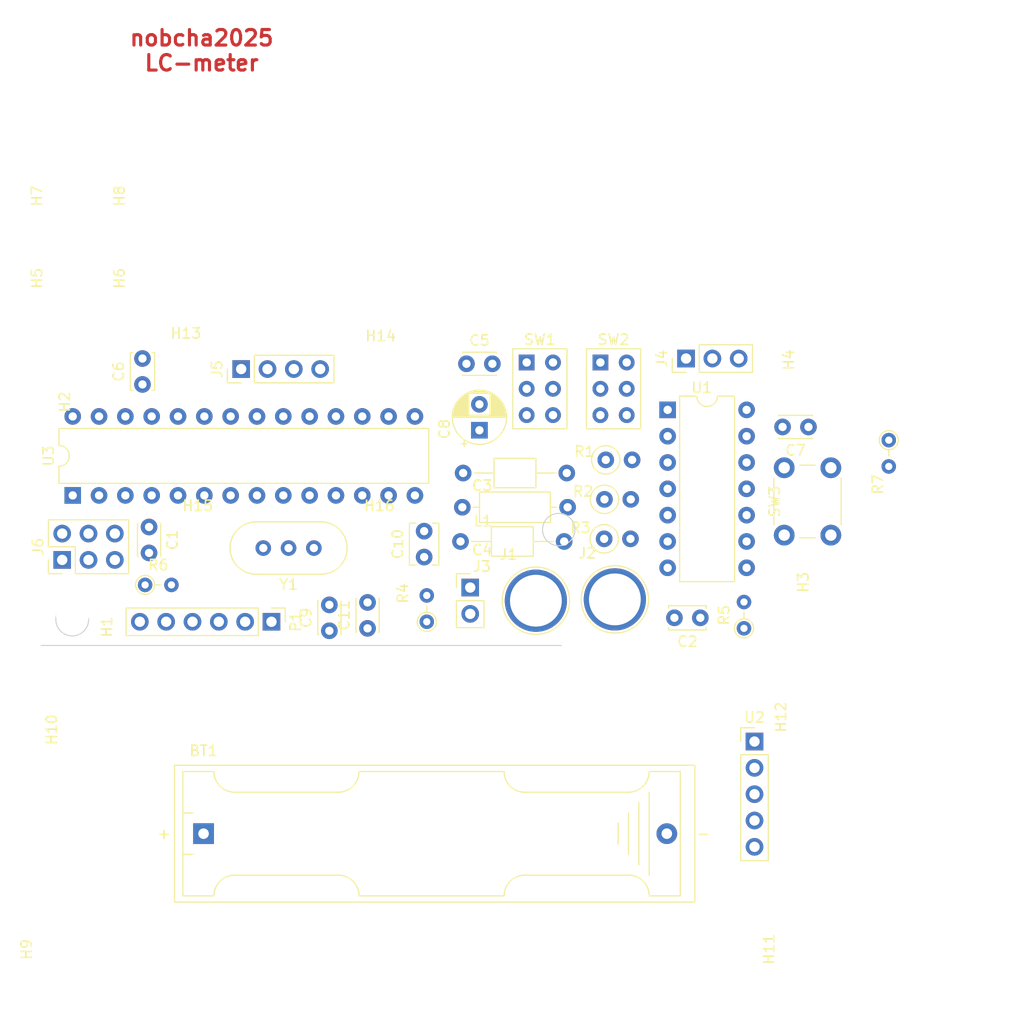
<source format=kicad_pcb>
(kicad_pcb (version 20221018) (generator pcbnew)
  (title_block (date "jeu. 02 avril 2015"))
  (layers (0 "F.Cu" signal) (31 "B.Cu" signal) (34 "B.Paste" user) (35 "F.Paste" user) (36 "B.SilkS" user "B.Silkscreen") (37 "F.SilkS" user "F.Silkscreen") (38 "B.Mask" user) (39 "F.Mask" user) (44 "Edge.Cuts" user))
  (net 0 "")
  (net 1 "/1(Tx)")
  (net 2 "/0(Rx)")
  (net 3 "/Reset")
  (net 4 "GND")
  (net 5 "/2")
  (net 6 "/3(**)")
  (net 7 "/4")
  (net 8 "/5(**)")
  (net 9 "/6(**)")
  (net 10 "/7")
  (net 11 "/8")
  (net 12 "/9(**)")
  (net 13 "+5V")
  (net 14 "/A5")
  (net 15 "/A4")
  (net 16 "/A3")
  (net 17 "/A2")
  (net 18 "/A1")
  (net 19 "/A0")
  (net 20 "/13(SCK)")
  (net 21 "Net-(SW1A-A)")
  (net 22 "/12(MISO)")
  (net 23 "Net-(SW1A-C)")
  (net 24 "Net-(R1-Pad1)")
  (net 25 "/10(**{slash}SS)")
  (net 26 "/11(**{slash}MOSI)")
  (net 30 "Net-(U3-AREF)")
  (net 31 "VCC")
  (net 32 "Net-(U3-XTAL2{slash}PB7)")
  (net 33 "Net-(U3-XTAL1{slash}PB6)")
  (net 34 "/DTR")
  (net 35 "/A4(SDA)")
  (net 36 "/A5(SCL)")
  (net 37 "Net-(C2-Pad2)")
  (net 38 "Net-(J1-Pin_1)")
  (net 39 "Net-(R2-Pad1)")
  (net 40 "Net-(SW2B-A)")
  (net 43 "Net-(BT1-+)")
  (footprint "Resistor_THT:R_Axial_DIN0207_L6.3mm_D2.5mm_P2.54mm_Vertical" (layer "F.Cu") (at 169.983 93.693)
    (fp_text reference "R1" (at -2.065 -0.819) (layer "F.SilkS"))
    (fp_text value "1M")
    (pad "1" thru_hole circle (at 0 0) (size 1.6 1.6) (drill 0.8) (layers "*.Cu" "*.Mask") (net 24 "Net-(R1-Pad1)"))
    (pad "2" thru_hole oval (at 2.54 0) (size 1.6 1.6) (drill 0.8) (layers "*.Cu" "*.Mask") (net 37 "Net-(C2-Pad2)"))
  )
  (footprint "Package_DIP:DIP-14_W7.62mm" (layer "F.Cu") (at 175.952 88.867)
    (fp_text reference "U1" (at 3.29 -2.135) (layer "F.SilkS"))
    (fp_text value "74HCU04")
    (pad "1" thru_hole rect (at 0 0) (size 1.6 1.6) (drill 0.8) (layers "*.Cu" "*.Mask") (net 4 "GND"))
    (pad "2" thru_hole oval (at 0 2.54) (size 1.6 1.6) (drill 0.8) (layers "*.Cu" "*.Mask"))
    (pad "3" thru_hole oval (at 0 5.08) (size 1.6 1.6) (drill 0.8) (layers "*.Cu" "*.Mask") (net 4 "GND"))
    (pad "4" thru_hole oval (at 0 7.62) (size 1.6 1.6) (drill 0.8) (layers "*.Cu" "*.Mask"))
    (pad "5" thru_hole oval (at 0 10.16) (size 1.6 1.6) (drill 0.8) (layers "*.Cu" "*.Mask") (net 4 "GND"))
    (pad "6" thru_hole oval (at 0 12.7) (size 1.6 1.6) (drill 0.8) (layers "*.Cu" "*.Mask"))
    (pad "7" thru_hole oval (at 0 15.24) (size 1.6 1.6) (drill 0.8) (layers "*.Cu" "*.Mask") (net 4 "GND"))
    (pad "8" thru_hole oval (at 7.62 15.24) (size 1.6 1.6) (drill 0.8) (layers "*.Cu" "*.Mask") (net 8 "/5(**)"))
    (pad "9" thru_hole oval (at 7.62 12.7) (size 1.6 1.6) (drill 0.8) (layers "*.Cu" "*.Mask") (net 39 "Net-(R2-Pad1)"))
    (pad "10" thru_hole oval (at 7.62 10.16) (size 1.6 1.6) (drill 0.8) (layers "*.Cu" "*.Mask") (net 39 "Net-(R2-Pad1)"))
    (pad "11" thru_hole oval (at 7.62 7.62) (size 1.6 1.6) (drill 0.8) (layers "*.Cu" "*.Mask") (net 24 "Net-(R1-Pad1)"))
    (pad "12" thru_hole oval (at 7.62 5.08) (size 1.6 1.6) (drill 0.8) (layers "*.Cu" "*.Mask") (net 24 "Net-(R1-Pad1)"))
    (pad "13" thru_hole oval (at 7.62 2.54) (size 1.6 1.6) (drill 0.8) (layers "*.Cu" "*.Mask") (net 37 "Net-(C2-Pad2)"))
    (pad "14" thru_hole oval (at 7.62 0) (size 1.6 1.6) (drill 0.8) (layers "*.Cu" "*.Mask") (net 13 "+5V"))
  )
  (footprint "Inductor_THT:L_Axial_L6.6mm_D2.7mm_P10.16mm_Horizontal_Vishay_IM-2" (layer "F.Cu") (at 166.3 98.265 180)
    (fp_text reference "L1" (at 8.161 -1.32) (layer "F.SilkS"))
    (fp_text value "22u")
    (pad "1" thru_hole circle (at 0 0 180) (size 1.6 1.6) (drill 0.8) (layers "*.Cu" "*.Mask") (net 23 "Net-(SW1A-C)"))
    (pad "2" thru_hole oval (at 10.16 0 180) (size 1.6 1.6) (drill 0.8) (layers "*.Cu" "*.Mask") (net 21 "Net-(SW1A-A)"))
  )
  (footprint "Capacitor_THT:C_Disc_D3.0mm_W2.0mm_P2.50mm" (layer "F.Cu") (at 189.541 90.518 180)
    (fp_text reference "C7" (at 1.25 -2.25 180) (layer "F.SilkS"))
    (fp_text value "0.1u")
    (pad "1" thru_hole circle (at 0 0 180) (size 1.6 1.6) (drill 0.8) (layers "*.Cu" "*.Mask") (net 13 "+5V"))
    (pad "2" thru_hole circle (at 2.5 0 180) (size 1.6 1.6) (drill 0.8) (layers "*.Cu" "*.Mask") (net 4 "GND"))
  )
  (footprint "Capacitor_THT:C_Disc_D3.4mm_W2.1mm_P2.50mm" (layer "F.Cu") (at 179.107 108.933 180)
    (fp_text reference "C2" (at 1.25 -2.3 180) (layer "F.SilkS"))
    (fp_text value "0.1u")
    (pad "1" thru_hole circle (at 0 0 180) (size 1.6 1.6) (drill 0.8) (layers "*.Cu" "*.Mask") (net 21 "Net-(SW1A-A)"))
    (pad "2" thru_hole circle (at 2.5 0 180) (size 1.6 1.6) (drill 0.8) (layers "*.Cu" "*.Mask") (net 37 "Net-(C2-Pad2)"))
  )
  (footprint "Capacitor_THT:C_Disc_D3.0mm_W2.0mm_P2.50mm" (layer "F.Cu") (at 125.914 100.17 -90)
    (fp_text reference "C1" (at 1.25 -2.25 -90) (layer "F.SilkS"))
    (fp_text value "0.1u")
    (pad "1" thru_hole circle (at 0 0 270) (size 1.6 1.6) (drill 0.8) (layers "*.Cu" "*.Mask") (net 13 "+5V"))
    (pad "2" thru_hole circle (at 2.5 0 270) (size 1.6 1.6) (drill 0.8) (layers "*.Cu" "*.Mask") (net 4 "GND"))
  )
  (footprint "Capacitor_THT:C_Axial_L3.8mm_D2.6mm_P10.00mm_Horizontal" (layer "F.Cu") (at 166.22 94.963 180)
    (fp_text reference "C3" (at 8.161 -1.213) (layer "F.SilkS"))
    (fp_text value "1000p")
    (pad "1" thru_hole circle (at 0 0 180) (size 1.6 1.6) (drill 0.8) (layers "*.Cu" "*.Mask") (net 40 "Net-(SW2B-A)"))
    (pad "2" thru_hole oval (at 10 0 180) (size 1.6 1.6) (drill 0.8) (layers "*.Cu" "*.Mask") (net 21 "Net-(SW1A-A)"))
  )
  (footprint "Capacitor_THT:CP_Radial_D5.0mm_P2.50mm" (layer "F.Cu") (at 157.791 90.834113 90)
    (fp_text reference "C8" (at 0.11 -3.38 90) (layer "F.SilkS"))
    (fp_text value "10u")
    (pad "1" thru_hole rect (at 0 0 90) (size 1.6 1.6) (drill 0.8) (layers "*.Cu" "*.Mask") (net 13 "+5V"))
    (pad "2" thru_hole circle (at 2.5 0 90) (size 1.6 1.6) (drill 0.8) (layers "*.Cu" "*.Mask") (net 4 "GND"))
  )
  (footprint "Button_Switch_THT:SW_PUSH_6mm_H4.3mm" (layer "F.Cu") (at 187.2 100.955 90)
    (fp_text reference "SW3" (at 3.25 -0.922 90) (layer "F.SilkS"))
    (fp_text value "RESET")
    (pad "1" thru_hole circle (at 0 0 180) (size 2 2) (drill 1.1) (layers "*.Cu" "*.Mask") (net 4 "GND"))
    (pad "1" thru_hole circle (at 6.5 0 180) (size 2 2) (drill 1.1) (layers "*.Cu" "*.Mask") (net 4 "GND"))
    (pad "2" thru_hole circle (at 0 4.5 180) (size 2 2) (drill 1.1) (layers "*.Cu" "*.Mask") (net 3 "/Reset"))
    (pad "2" thru_hole circle (at 6.5 4.5 180) (size 2 2) (drill 1.1) (layers "*.Cu" "*.Mask") (net 3 "/Reset"))
  )
  (footprint "Capacitor_THT:C_Axial_L3.8mm_D2.6mm_P10.00mm_Horizontal" (layer "F.Cu") (at 165.966 101.567 180)
    (fp_text reference "C4" (at 7.907 -0.832) (layer "F.SilkS"))
    (fp_text value "470p")
    (pad "1" thru_hole circle (at 0 0 180) (size 1.6 1.6) (drill 0.8) (layers "*.Cu" "*.Mask") (net 4 "GND"))
    (pad "2" thru_hole oval (at 10 0 180) (size 1.6 1.6) (drill 0.8) (layers "*.Cu" "*.Mask") (net 21 "Net-(SW1A-A)"))
  )
  (footprint "Resistor_THT:R_Axial_DIN0204_L3.6mm_D1.6mm_P2.54mm_Vertical" (layer "F.Cu") (at 183.318 109.949 90)
    (fp_text reference "R5" (at 1.27 -1.92 90) (layer "F.SilkS"))
    (fp_text value "10k")
    (pad "1" thru_hole circle (at 0 0 90) (size 1.4 1.4) (drill 0.7) (layers "*.Cu" "*.Mask") (net 10 "/7"))
    (pad "2" thru_hole oval (at 2.54 0 90) (size 1.4 1.4) (drill 0.7) (layers "*.Cu" "*.Mask") (net 13 "+5V"))
  )
  (footprint "Connector_PinHeader_2.54mm:PinHeader_1x02_P2.54mm_Vertical" (layer "F.Cu") (at 156.902 106.012)
    (fp_text reference "J3" (at 1.135 -2.032) (layer "F.SilkS"))
    (fp_text value "TEST")
    (pad "1" thru_hole rect (at 0 0) (size 1.7 1.7) (drill 1) (layers "*.Cu" "*.Mask") (net 38 "Net-(J1-Pin_1)"))
    (pad "2" thru_hole oval (at 0 2.54) (size 1.7 1.7) (drill 1) (layers "*.Cu" "*.Mask") (net 4 "GND"))
  )
  (footprint "Resistor_THT:R_Axial_DIN0207_L6.3mm_D2.5mm_P2.54mm_Vertical" (layer "F.Cu") (at 169.827 101.313)
    (fp_text reference "R3" (at -2.285 -1.073) (layer "F.SilkS"))
    (fp_text value "500k")
    (pad "1" thru_hole circle (at 0 0) (size 1.6 1.6) (drill 0.8) (layers "*.Cu" "*.Mask") (net 8 "/5(**)"))
    (pad "2" thru_hole oval (at 2.54 0) (size 1.6 1.6) (drill 0.8) (layers "*.Cu" "*.Mask") (net 39 "Net-(R2-Pad1)"))
  )
  (footprint "Resistor_THT:R_Axial_DIN0207_L6.3mm_D2.5mm_P2.54mm_Vertical" (layer "F.Cu") (at 169.856 97.503)
    (fp_text reference "R2" (at -2.065 -0.78) (layer "F.SilkS"))
    (fp_text value "5.6k")
    (pad "1" thru_hole circle (at 0 0) (size 1.6 1.6) (drill 0.8) (layers "*.Cu" "*.Mask") (net 39 "Net-(R2-Pad1)"))
    (pad "2" thru_hole oval (at 2.54 0) (size 1.6 1.6) (drill 0.8) (layers "*.Cu" "*.Mask") (net 21 "Net-(SW1A-A)"))
  )
  (footprint "Resistor_THT:R_Axial_DIN0204_L3.6mm_D1.6mm_P2.54mm_Vertical" (layer "F.Cu") (at 197.288 91.788 -90)
    (fp_text reference "R7" (at 4.261 1.049 90) (layer "F.SilkS"))
    (fp_text value "10k")
    (pad "1" thru_hole circle (at 0 0 270) (size 1.4 1.4) (drill 0.7) (layers "*.Cu" "*.Mask") (net 13 "+5V"))
    (pad "2" thru_hole oval (at 2.54 0 270) (size 1.4 1.4) (drill 0.7) (layers "*.Cu" "*.Mask") (net 3 "/Reset"))
  )
  (footprint "MountingHole:MountingHole_3.2mm_M3" (layer "F.Cu") (at 118.538 108.552 90)
    (fp_text reference "H1" (at -1.27 3.302 90) (layer "F.SilkS"))
    (fp_text value "MountingHole3.2")
    (pad "" np_thru_hole circle (at 0 0 90) (size 3.2 3.2) (drill 3.2) (layers "*.Cu" "*.Mask"))
  )
  (footprint "MountingHole:MountingHole_3.2mm_M3" (layer "F.Cu") (at 118.792 84.295 90)
    (fp_text reference "H2" (at -3.81 -1.016 90) (layer "F.SilkS"))
    (fp_text value "MountingHole3.2")
    (pad "" np_thru_hole circle (at 0 0 90) (size 3.2 3.2) (drill 3.2) (layers "*.Cu" "*.Mask"))
  )
  (footprint "MountingHole:MountingHole_3.2mm_M3" (layer "F.Cu") (at 190.049 108.552 90)
    (fp_text reference "H3" (at 3.048 -1.016 90) (layer "F.SilkS"))
    (fp_text value "MountingHole3.2")
    (pad "" np_thru_hole circle (at 0 0 90) (size 3.2 3.2) (drill 3.2) (layers "*.Cu" "*.Mask"))
  )
  (footprint "MountingHole:MountingHole_3.2mm_M3" (layer "F.Cu") (at 190.43 84.549 90)
    (fp_text reference "H4" (at 0.508 -2.794 90) (layer "F.SilkS"))
    (fp_text value "MountingHole3.2")
    (pad "" np_thru_hole circle (at 0 0 90) (size 3.2 3.2) (drill 3.2) (layers "*.Cu" "*.Mask"))
  )
  (footprint "Battery:BatteryHolder_Keystone_2466_1xAAA" (layer "F.Cu") (at 131.173 129.761)
    (fp_text reference "BT1" (at 0 -8 180) (layer "F.SilkS"))
    (fp_text value "Battery_Cell")
    (fp_text user "-" (at 48.26 0) (layer "F.SilkS"))
    (fp_text user "+" (at -3.81 0) (layer "F.SilkS"))
    (pad "1" thru_hole rect (at 0 0) (size 2 2) (drill 1.02) (layers "*.Cu" "*.Mask") (net 43 "Net-(BT1-+)"))
    (pad "2" thru_hole circle (at 44.7 0) (size 2 2) (drill 1.02) (layers "*.Cu" "*.Mask") (net 4 "GND"))
  )
  (footprint "Connector_PinHeader_2.54mm:PinHeader_1x03_P2.54mm_Vertical" (layer "F.Cu") (at 177.73 83.914 90)
    (fp_text reference "J4" (at 0 -2.33 90) (layer "F.SilkS"))
    (fp_text value "Conn_01x03_Pin")
    (pad "1" thru_hole rect (at 0 0 90) (size 1.7 1.7) (drill 1) (layers "*.Cu" "*.Mask") (net 4 "GND"))
    (pad "2" thru_hole oval (at 0 2.54 90) (size 1.7 1.7) (drill 1) (layers "*.Cu" "*.Mask") (net 13 "+5V"))
    (pad "3" thru_hole oval (at 0 5.08 90) (size 1.7 1.7) (drill 1) (layers "*.Cu" "*.Mask") (net 13 "+5V"))
  )
  (footprint "MountingHole:MountingHole_2.7mm_M2.5" (layer "F.Cu") (at 148.266 85.438)
    (fp_text reference "H14" (at 0 -3.7) (layer "F.SilkS"))
    (fp_text value "MountingHole3")
    (pad "" np_thru_hole circle (at 0 0) (size 2.7 2.7) (drill 2.7) (layers "*.Cu" "*.Mask"))
  )
  (footprint "Connector_PinHeader_2.54mm:PinHeader_1x06_P2.54mm_Vertical" (layer "F.Cu") (at 137.725 109.314 -90)
    (fp_text reference "P1" (at 0 -2.33 90) (layer "F.SilkS"))
    (fp_text value "COM")
    (pad "1" thru_hole rect (at 0 0 270) (size 1.7 1.7) (drill 1) (layers "*.Cu" "*.Mask") (net 34 "/DTR"))
    (pad "2" thru_hole oval (at 0 2.54 270) (size 1.7 1.7) (drill 1) (layers "*.Cu" "*.Mask") (net 1 "/1(Tx)"))
    (pad "3" thru_hole oval (at 0 5.08 270) (size 1.7 1.7) (drill 1) (layers "*.Cu" "*.Mask") (net 2 "/0(Rx)"))
    (pad "4" thru_hole oval (at 0 7.62 270) (size 1.7 1.7) (drill 1) (layers "*.Cu" "*.Mask") (net 31 "VCC"))
    (pad "5" thru_hole oval (at 0 10.16 270) (size 1.7 1.7) (drill 1) (layers "*.Cu" "*.Mask") (net 4 "GND"))
    (pad "6" thru_hole oval (at 0 12.7 270) (size 1.7 1.7) (drill 1) (layers "*.Cu" "*.Mask") (net 4 "GND"))
  )
  (footprint "Connector_PinHeader_2.54mm:PinHeader_1x04_P2.54mm_Vertical" (layer "F.Cu") (at 134.804 84.93 90)
    (fp_text reference "J5" (at 0 -2.33 90) (layer "F.SilkS"))
    (fp_text value "Conn_i2c LCD")
    (pad "1" thru_hole rect (at 0 0 90) (size 1.7 1.7) (drill 1) (layers "*.Cu" "*.Mask") (net 13 "+5V"))
    (pad "2" thru_hole oval (at 0 2.54 90) (size 1.7 1.7) (drill 1) (layers "*.Cu" "*.Mask") (net 14 "/A5"))
    (pad "3" thru_hole oval (at 0 5.08 90) (size 1.7 1.7) (drill 1) (layers "*.Cu" "*.Mask") (net 15 "/A4"))
    (pad "4" thru_hole oval (at 0 7.62 90) (size 1.7 1.7) (drill 1) (layers "*.Cu" "*.Mask") (net 4 "GND"))
  )
  (footprint "MountingHole:MountingHole_3.2mm_M3" (layer "F.Cu") (at 118.675 141.318 90)
    (fp_text reference "H9" (at 0.381 -4.581 90) (layer "F.SilkS"))
    (fp_text value "MountingHole3.2")
    (pad "" np_thru_hole circle (at 0 0 90) (size 3.2 3.2) (drill 3.2) (layers "*.Cu" "*.Mask"))
  )
  (footprint "Resistor_THT:R_Axial_DIN0204_L3.6mm_D1.6mm_P2.54mm_Vertical" (layer "F.Cu") (at 125.533 105.758)
    (fp_text reference "R6" (at 1.27 -1.92) (layer "F.SilkS"))
    (fp_text value "10k")
    (pad "1" thru_hole circle (at 0 0) (size 1.4 1.4) (drill 0.7) (layers "*.Cu" "*.Mask") (net 31 "VCC"))
    (pad "2" thru_hole oval (at 2.54 0) (size 1.4 1.4) (drill 0.7) (layers "*.Cu" "*.Mask") (net 3 "/Reset"))
  )
  (footprint "TestPoint:TestPoint_Plated_Hole_D5.0mm" (layer "F.Cu") (at 163.24 107.282)
    (fp_text reference "J1" (at -2.655 -4.456) (layer "F.SilkS"))
    (fp_text value "Terminal_1")
    (pad "1" thru_hole circle (at 0 0) (size 6 6) (drill 5) (layers "*.Cu" "*.Mask") (net 38 "Net-(J1-Pin_1)"))
  )
  (footprint "Package_DIP:DIP-28_W7.62mm" (layer "F.Cu") (at 118.548 97.122 90)
    (fp_text reference "U3" (at 3.81 -2.33 90) (layer "F.SilkS"))
    (fp_text value "ATmega328P-PU")
    (pad "1" thru_hole rect (at 0 0 90) (size 1.6 1.6) (drill 0.8) (layers "*.Cu" "*.Mask") (net 3 "/Reset"))
    (pad "2" thru_hole oval (at 0 2.54 90) (size 1.6 1.6) (drill 0.8) (layers "*.Cu" "*.Mask") (net 2 "/0(Rx)"))
    (pad "3" thru_hole oval (at 0 5.08 90) (size 1.6 1.6) (drill 0.8) (layers "*.Cu" "*.Mask") (net 1 "/1(Tx)"))
    (pad "4" thru_hole oval (at 0 7.62 90) (size 1.6 1.6) (drill 0.8) (layers "*.Cu" "*.Mask") (net 5 "/2"))
    (pad "5" thru_hole oval (at 0 10.16 90) (size 1.6 1.6) (drill 0.8) (layers "*.Cu" "*.Mask") (net 6 "/3(**)"))
    (pad "6" thru_hole oval (at 0 12.7 90) (size 1.6 1.6) (drill 0.8) (layers "*.Cu" "*.Mask") (net 7 "/4"))
    (pad "7" thru_hole oval (at 0 15.24 90) (size 1.6 1.6) (drill 0.8) (layers "*.Cu" "*.Mask") (net 31 "VCC"))
    (pad "8" thru_hole oval (at 0 17.78 90) (size 1.6 1.6) (drill 0.8) (layers "*.Cu" "*.Mask") (net 4 "GND"))
    (pad "9" thru_hole oval (at 0 20.32 90) (size 1.6 1.6) (drill 0.8) (layers "*.Cu" "*.Mask") (net 33 "Net-(U3-XTAL1{slash}PB6)"))
    (pad "10" thru_hole oval (at 0 22.86 90) (size 1.6 1.6) (drill 0.8) (layers "*.Cu" "*.Mask") (net 32 "Net-(U3-XTAL2{slash}PB7)"))
    (pad "11" thru_hole oval (at 0 25.4 90) (size 1.6 1.6) (drill 0.8) (layers "*.Cu" "*.Mask") (net 8 "/5(**)"))
    (pad "12" thru_hole oval (at 0 27.94 90) (size 1.6 1.6) (drill 0.8) (layers "*.Cu" "*.Mask") (net 9 "/6(**)"))
    (pad "13" thru_hole oval (at 0 30.48 90) (size 1.6 1.6) (drill 0.8) (layers "*.Cu" "*.Mask") (net 10 "/7"))
    (pad "14" thru_hole oval (at 0 33.02 90) (size 1.6 1.6) (drill 0.8) (layers "*.Cu" "*.Mask") (net 11 "/8"))
    (pad "15" thru_hole oval (at 7.62 33.02 90) (size 1.6 1.6) (drill 0.8) (layers "*.Cu" "*.Mask") (net 12 "/9(**)"))
    (pad "16" thru_hole oval (at 7.62 30.48 90) (size 1.6 1.6) (drill 0.8) (layers "*.Cu" "*.Mask") (net 25 "/10(**{slash}SS)"))
    (pad "17" thru_hole oval (at 7.62 27.94 90) (size 1.6 1.6) (drill 0.8) (layers "*.Cu" "*.Mask") (net 26 "/11(**{slash}MOSI)"))
    (pad "18" thru_hole oval (at 7.62 25.4 90) (size 1.6 1.6) (drill 0.8) (layers "*.Cu" "*.Mask") (net 22 "/12(MISO)"))
    (pad "19" thru_hole oval (at 7.62 22.86 90) (size 1.6 1.6) (drill 0.8) (layers "*.Cu" "*.Mask") (net 20 "/13(SCK)"))
    (pad "20" thru_hole oval (at 7.62 20.32 90) (size 1.6 1.6) (drill 0.8) (layers "*.Cu" "*.Mask") (net 31 "VCC"))
    (pad "21" thru_hole oval (at 7.62 17.78 90) (size 1.6 1.6) (drill 0.8) (layers "*.Cu" "*.Mask") (net 30 "Net-(U3-AREF)"))
    (pad "22" thru_hole oval (at 7.62 15.24 90) (size 1.6 1.6) (drill 0.8) (layers "*.Cu" "*.Mask") (net 4 "GND"))
    (pad "23" thru_hole oval (at 7.62 12.7 90) (size 1.6 1.6) (drill 0.8) (layers "*.Cu" "*.Mask") (net 19 "/A0"))
    (pad "24" thru_hole oval (at 7.62 10.16 90) (size 1.6 1.6) (drill 0.8) (layers "*.Cu" "*.Mask") (net 18 "/A1"))
    (pad "25" thru_hole oval (at 7.62 7.62 90) (size 1.6 1.6) (drill 0.8) (layers "*.Cu" "*.Mask") (net 17 "/A2"))
    (pad "26" thru_hole oval (at 7.62 5.08 90) (size 1.6 1.6) (drill 0.8) (layers "*.Cu" "*.Mask") (net 16 "/A3"))
    (pad "27" thru_hole oval (at 7.62 2.54 90) (size 1.6 1.6) (drill 0.8) (layers "*.Cu" "*.Mask") (net 35 "/A4(SDA)"))
    (pad "28" thru_hole oval (at 7.62 0 90) (size 1.6 1.6) (drill 0.8) (layers "*.Cu" "*.Mask") (net 36 "/A5(SCL)"))
  )
  (footprint "MountingHole:MountingHole_3.2mm_M3" (layer "F.Cu") (at 119.3 68.217 90)
    (fp_text reference "H7" (at 0 -4.2 90) (layer "F.SilkS"))
    (fp_text value "MountingHole3.2")
    (pad "" np_thru_hole circle (at 0 0 90) (size 3.2 3.2) (drill 3.2) (layers "*.Cu" "*.Mask"))
  )
  (footprint "Capacitor_THT:C_Disc_D3.0mm_W2.0mm_P2.50mm" (layer "F.Cu") (at 143.313 110.183 90)
    (fp_text reference "C9" (at 1.25 -2.25 90) (layer "F.SilkS"))
    (fp_text value "20p")
    (pad "1" thru_hole circle (at 0 0 90) (size 1.6 1.6) (drill 0.8) (layers "*.Cu" "*.Mask") (net 32 "Net-(U3-XTAL2{slash}PB7)"))
    (pad "2" thru_hole circle (at 2.5 0 90) (size 1.6 1.6) (drill 0.8) (layers "*.Cu" "*.Mask") (net 4 "GND"))
  )
  (footprint "Button_Switch_THT:SW_NKK_G1xJP" (layer "F.Cu") (at 169.463 84.295)
    (fp_text reference "SW2" (at 1.27 -2.2) (layer "F.SilkS"))
    (fp_text value "SW_DPDT_x2")
    (pad "1" thru_hole rect (at 0 0) (size 1.524 1.524) (drill 0.8128) (layers "*.Cu" "*.Mask") (net 9 "/6(**)"))
    (pad "2" thru_hole circle (at 0 2.54) (size 1.524 1.524) (drill 0.8128) (layers "*.Cu" "*.Mask") (net 4 "GND"))
    (pad "3" thru_hole circle (at 0 5.08) (size 1.524 1.524) (drill 0.8128) (layers "*.Cu" "*.Mask"))
    (pad "4" thru_hole circle (at 2.54 5.08) (size 1.524 1.524) (drill 0.8128) (layers "*.Cu" "*.Mask") (net 40 "Net-(SW2B-A)"))
    (pad "5" thru_hole circle (at 2.54 2.54) (size 1.524 1.524) (drill 0.8128) (layers "*.Cu" "*.Mask") (net 4 "GND"))
    (pad "6" thru_hole circle (at 2.54 0) (size 1.524 1.524) (drill 0.8128) (layers "*.Cu" "*.Mask"))
  )
  (footprint "Capacitor_THT:C_Disc_D3.8mm_W2.6mm_P2.50mm" (layer "F.Cu") (at 152.457 103.071 90)
    (fp_text reference "C10" (at 1.25 -2.55 90) (layer "F.SilkS"))
    (fp_text value "0.1u")
    (pad "1" thru_hole circle (at 0 0 90) (size 1.6 1.6) (drill 0.8) (layers "*.Cu" "*.Mask") (net 3 "/Reset"))
    (pad "2" thru_hole circle (at 2.5 0 90) (size 1.6 1.6) (drill 0.8) (layers "*.Cu" "*.Mask") (net 34 "/DTR"))
  )
  (footprint "MountingHole:MountingHole_2.7mm_M2.5" (layer "F.Cu") (at 148.139 101.821)
    (fp_text reference "H16" (at 0 -3.7) (layer "F.SilkS"))
    (fp_text value "MountingHole3")
    (pad "" np_thru_hole circle (at 0 0) (size 2.7 2.7) (drill 2.7) (layers "*.Cu" "*.Mask"))
  )
  (footprint "Capacitor_THT:C_Disc_D3.0mm_W2.0mm_P2.50mm" (layer "F.Cu") (at 156.541 84.422)
    (fp_text reference "C5" (at 1.25 -2.25) (layer "F.SilkS"))
    (fp_text value "0.1u")
    (pad "1" thru_hole circle (at 0 0) (size 1.6 1.6) (drill 0.8) (layers "*.Cu" "*.Mask") (net 4 "GND"))
    (pad "2" thru_hole circle (at 2.5 0) (size 1.6 1.6) (drill 0.8) (layers "*.Cu" "*.Mask") (net 30 "Net-(U3-AREF)"))
  )
  (footprint "MountingHole:MountingHole_3.2mm_M3" (layer "F.Cu") (at 190.557 141.699 90)
    (fp_text reference "H11" (at 0.787 -4.826 90) (layer "F.SilkS"))
    (fp_text value "MountingHole3.2")
    (pad "" np_thru_hole circle (at 0 0 90) (size 3.2 3.2) (drill 3.2) (layers "*.Cu" "*.Mask"))
  )
  (footprint "MountingHole:MountingHole_3.2mm_M3" (layer "F.Cu") (at 126.92 76.167 90)
    (fp_text reference "H6" (at 0 -3.87 90) (layer "F.SilkS"))
    (fp_text value "MountingHole3.2")
    (pad "" np_thru_hole circle (at 0 0 90) (size 3.2 3.2) (drill 3.2) (layers "*.Cu" "*.Mask"))
  )
  (footprint "TestPoint:TestPoint_Plated_Hole_D5.0mm" (layer "F.Cu") (at 170.86 107.155)
    (fp_text reference "J2" (at -2.655 -4.456) (layer "F.SilkS"))
    (fp_text value "Terminal_2")
    (pad "1" thru_hole circle (at 0 0) (size 6 6) (drill 5) (layers "*.Cu" "*.Mask") (net 4 "GND"))
  )
  (footprint "Crystal:Crystal_HC49-U-3Pin_Vertical" (layer "F.Cu") (at 141.816 102.202 180)
    (fp_text reference "Y1" (at 2.44 -3.525) (layer "F.SilkS"))
    (fp_text value "16MHz")
    (pad "1" thru_hole circle (at 0 0 180) (size 1.5 1.5) (drill 0.8) (layers "*.Cu" "*.Mask") (net 32 "Net-(U3-XTAL2{slash}PB7)"))
    (pad "2" thru_hole circle (at 2.44 0 180) (size 1.5 1.5) (drill 0.8) (layers "*.Cu" "*.Mask") (net 4 "GND"))
    (pad "3" thru_hole circle (at 4.88 0 180) (size 1.5 1.5) (drill 0.8) (layers "*.Cu" "*.Mask") (net 33 "Net-(U3-XTAL1{slash}PB6)"))
  )
  (footprint "Button_Switch_THT:SW_NKK_G1xJP" (layer "F.Cu") (at 162.351 84.295)
    (fp_text reference "SW1" (at 1.27 -2.2) (layer "F.SilkS"))
    (fp_text value "SW_DPDT_x2")
    (pad "1" thru_hole rect (at 0 0) (size 1.524 1.524) (drill 0.8128) (layers "*.Cu" "*.Mask") (net 21 "Net-(SW1A-A)"))
    (pad "2" thru_hole circle (at 0 2.54) (size 1.524 1.524) (drill 0.8128) (layers "*.Cu" "*.Mask") (net 38 "Net-(J1-Pin_1)"))
    (pad "3" thru_hole circle (at 0 5.08) (size 1.524 1.524) (drill 0.8128) (layers "*.Cu" "*.Mask") (net 23 "Net-(SW1A-C)"))
    (pad "4" thru_hole circle (at 2.54 5.08) (size 1.524 1.524) (drill 0.8128) (layers "*.Cu" "*.Mask") (net 23 "Net-(SW1A-C)"))
    (pad "5" thru_hole circle (at 2.54 2.54) (size 1.524 1.524) (drill 0.8128) (layers "*.Cu" "*.Mask") (net 4 "GND"))
    (pad "6" thru_hole circle (at 2.54 0) (size 1.524 1.524) (drill 0.8128) (layers "*.Cu" "*.Mask") (net 10 "/7"))
  )
  (footprint "Resistor_THT:R_Axial_DIN0204_L3.6mm_D1.6mm_P2.54mm_Vertical" (layer "F.Cu") (at 152.711 109.314 90)
    (fp_text reference "R4" (at 2.743 -2.301 90) (layer "F.SilkS"))
    (fp_text value "10k")
    (pad "1" thru_hole circle (at 0 0 90) (size 1.4 1.4) (drill 0.7) (layers "*.Cu" "*.Mask") (net 9 "/6(**)"))
    (pad "2" thru_hole oval (at 2.54 0 90) (size 1.4 1.4) (drill 0.7) (layers "*.Cu" "*.Mask") (net 13 "+5V"))
  )
  (footprint "MountingHole:MountingHole_3.2mm_M3" (layer "F.Cu") (at 119.3 76.167 90)
    (fp_text reference "H5" (at 0 -4.2 90) (layer "F.SilkS"))
    (fp_text value "MountingHole3.2")
    (pad "" np_thru_hole circle (at 0 0 90) (size 3.2 3.2) (drill 3.2) (layers "*.Cu" "*.Mask"))
  )
  (footprint "MountingHole:MountingHole_3.2mm_M3" (layer "F.Cu") (at 119.945 119.855 90)
    (fp_text reference "H10" (at 0.127 -3.429 90) (layer "F.SilkS"))
    (fp_text value "MountingHole3.2")
    (pad "" np_thru_hole circle (at 0 0 90) (size 3.2 3.2) (drill 3.2) (layers "*.Cu" "*.Mask"))
  )
  (footprint "MountingHole:MountingHole_3.2mm_M3" (layer "F.Cu") (at 190.303 119.728 90)
    (fp_text reference "H12" (at 1.219 -3.429 90) (layer "F.SilkS"))
    (fp_text value "MountingHole3.2")
    (pad "" np_thru_hole circle (at 0 0 90) (size 3.2 3.2) (drill 3.2) (layers "*.Cu" "*.Mask"))
  )
  (footprint "Connector_PinHeader_2.54mm:PinHeader_1x05_P2.54mm_Vertical" (layer "F.Cu") (at 184.334 120.871)
    (fp_text reference "U2" (at 0 -2.33) (layer "F.SilkS"))
    (fp_text value "BAT-CHA")
    (pad "1" thru_hole rect (at 0 0) (size 1.7 1.7) (drill 1) (layers "*.Cu" "*.Mask") (net 13 "+5V"))
    (pad "2" thru_hole oval (at 0 2.54) (size 1.7 1.7) (drill 1) (layers "*.Cu" "*.Mask") (net 4 "GND"))
    (pad "3" thru_hole oval (at 0 5.08) (size 1.7 1.7) (drill 1) (layers "*.Cu" "*.Mask") (net 43 "Net-(BT1-+)"))
    (pad "4" thru_hole oval (at 0 7.62) (size 1.7 1.7) (drill 1) (layers "*.Cu" "*.Mask") (net 4 "GND"))
    (pad "5" thru_hole oval (at 0 10.16) (size 1.7 1.7) (drill 1) (layers "*.Cu" "*.Mask"))
  )
  (footprint "MountingHole:MountingHole_2.7mm_M2.5" (layer "F.Cu") (at 130.613 101.821)
    (fp_text reference "H15" (at 0 -3.7) (layer "F.SilkS"))
    (fp_text value "MountingHole3")
    (pad "" np_thru_hole circle (at 0 0) (size 2.7 2.7) (drill 2.7) (layers "*.Cu" "*.Mask"))
  )
  (footprint "Capacitor_THT:C_Disc_D3.0mm_W2.0mm_P2.50mm" (layer "F.Cu") (at 146.996 109.949 90)
    (fp_text reference "C11" (at 1.25 -2.25 90) (layer "F.SilkS"))
    (fp_text value "20p")
    (pad "1" thru_hole circle (at 0 0 90) (size 1.6 1.6) (drill 0.8) (layers "*.Cu" "*.Mask") (net 33 "Net-(U3-XTAL1{slash}PB6)"))
    (pad "2" thru_hole circle (at 2.5 0 90) (size 1.6 1.6) (drill 0.8) (layers "*.Cu" "*.Mask") (net 4 "GND"))
  )
  (footprint "MountingHole:MountingHole_3.2mm_M3" (layer "F.Cu") (at 126.92 68.217 90)
    (fp_text reference "H8" (at 0 -3.87 90) (layer "F.SilkS"))
    (fp_text value "MountingHole3.2")
    (pad "" np_thru_hole circle (at 0 0 90) (size 3.2 3.2) (drill 3.2) (layers "*.Cu" "*.Mask"))
  )
  (footprint "Capacitor_THT:C_Disc_D3.4mm_W2.1mm_P2.50mm" (layer "F.Cu") (at 125.279 86.414 90)
    (fp_text reference "C6" (at 1.25 -2.3 90) (layer "F.SilkS"))
    (fp_text value "0.1u")
    (pad "1" thru_hole circle (at 0 0 90) (size 1.6 1.6) (drill 0.8) (layers "*.Cu" "*.Mask") (net 4 "GND"))
    (pad "2" thru_hole circle (at 2.5 0 90) (size 1.6 1.6) (drill 0.8) (layers "*.Cu" "*.Mask") (net 31 "VCC"))
  )
  (footprint "MountingHole:MountingHole_2.7mm_M2.5" (layer "F.Cu") (at 129.47 85.184)
    (fp_text reference "H13" (at 0 -3.7) (layer "F.SilkS"))
    (fp_text value "MountingHole3")
    (pad "" np_thru_hole circle (at 0 0) (size 2.7 2.7) (drill 2.7) (layers "*.Cu" "*.Mask"))
  )
  (footprint "Connector_PinHeader_2.54mm:PinHeader_2x03_P2.54mm_Vertical" (layer "F.Cu") (at 117.532 103.345 90)
    (fp_text reference "J6" (at 1.27 -2.33 90) (layer "F.SilkS"))
    (fp_text value "ICSP")
    (pad "1" thru_hole rect (at 0 0 90) (size 1.7 1.7) (drill 1) (layers "*.Cu" "*.Mask") (net 22 "/12(MISO)"))
    (pad "2" thru_hole oval (at 2.54 0 90) (size 1.7 1.7) (drill 1) (layers "*.Cu" "*.Mask") (net 20 "/13(SCK)"))
    (pad "3" thru_hole oval (at 0 2.54 90) (size 1.7 1.7) (drill 1) (layers "*.Cu" "*.Mask") (net 3 "/Reset"))
    (pad "4" thru_hole oval (at 2.54 2.54 90) (size 1.7 1.7) (drill 1) (layers "*.Cu" "*.Mask") (net 4 "GND"))
    (pad "5" thru_hole oval (at 0 5.08 90) (size 1.7 1.7) (drill 1) (layers "*.Cu" "*.Mask") (net 26 "/11(**{slash}MOSI)"))
    (pad "6" thru_hole oval (at 2.54 5.08 90) (size 1.7 1.7) (drill 1) (layers "*.Cu" "*.Mask") (net 13 "+5V"))
  )
  (gr_line (start 115.5 111.6) (end 115.5 111.6) (stroke (width 0.1)) (layer "Edge.Cuts"))
  (gr_circle (center 165.442 100.418) (end 166.442 101.618) (stroke (width 0.1)) (fill none) (layer "Edge.Cuts"))
  (gr_circle (center 118.5 109.1) (end 119.4 110.4) (stroke (width 0.1)) (fill none) (layer "Edge.Cuts"))
  (gr_line (start 165.7 111.6) (end 115.5 111.6) (stroke (width 0.1)) (layer "Edge.Cuts"))
  (gr_text "nobcha2025\nLC-meter\n" (at 130.994 54.196) (layer "F.Cu") (effects (font (size 1.5 1.5) (thickness 0.3))))
)
</source>
